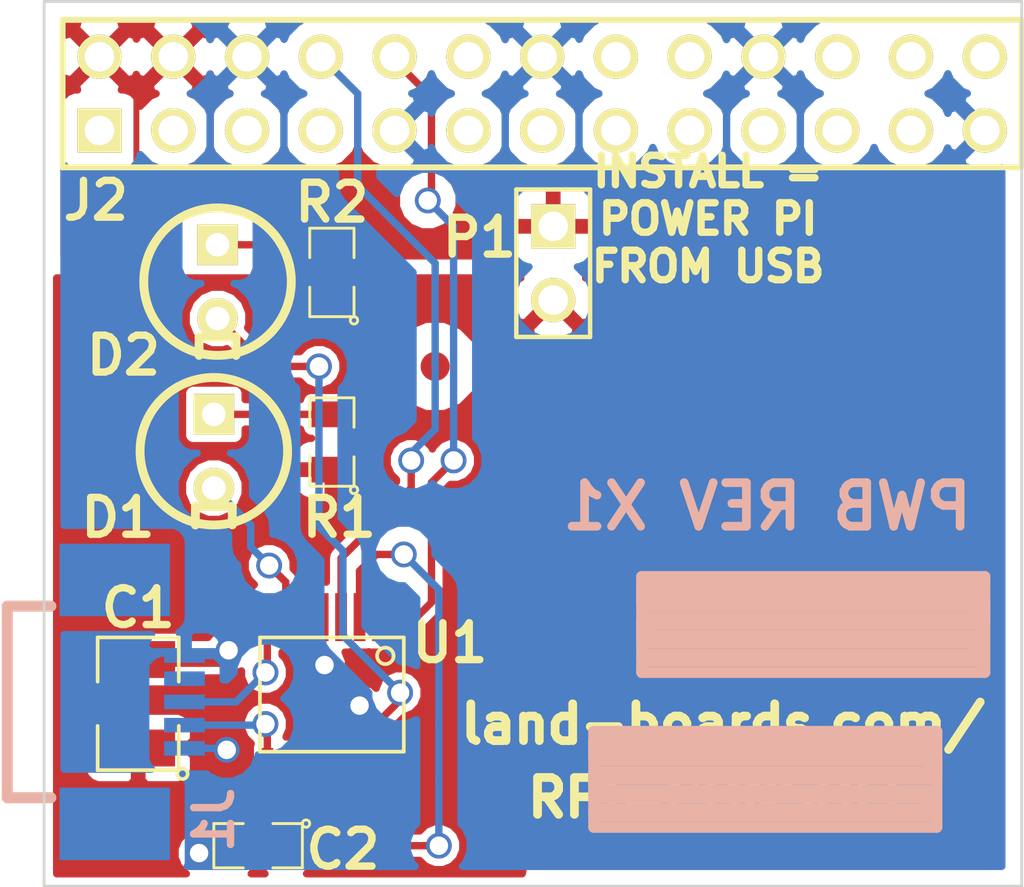
<source format=kicad_pcb>
(kicad_pcb (version 3) (host pcbnew "(2013-04-19 BZR 4011)-stable")

  (general
    (links 26)
    (no_connects 0)
    (area -4.06654 -1.6256 34.476266 30.986231)
    (thickness 1.6)
    (drawings 8)
    (tracks 100)
    (zones 0)
    (modules 14)
    (nets 13)
  )

  (page A)
  (title_block 
    (title RasPi-GVS-Plus-CFG)
    (rev X1)
    (company land-boards.com)
  )

  (layers
    (15 F.Cu signal)
    (0 B.Cu signal)
    (20 B.SilkS user hide)
    (21 F.SilkS user)
    (22 B.Mask user)
    (23 F.Mask user)
    (24 Dwgs.User user)
    (25 Cmts.User user)
    (28 Edge.Cuts user)
  )

  (setup
    (last_trace_width 0.254)
    (user_trace_width 0.2032)
    (user_trace_width 0.635)
    (trace_clearance 0.2032)
    (zone_clearance 0.254)
    (zone_45_only no)
    (trace_min 0.2032)
    (segment_width 0.2)
    (edge_width 0.1)
    (via_size 0.889)
    (via_drill 0.635)
    (via_min_size 0.889)
    (via_min_drill 0.508)
    (uvia_size 0.508)
    (uvia_drill 0.127)
    (uvias_allowed no)
    (uvia_min_size 0.508)
    (uvia_min_drill 0.127)
    (pcb_text_width 0.3)
    (pcb_text_size 1.5 1.5)
    (mod_edge_width 0.15)
    (mod_text_size 1.27 1.27)
    (mod_text_width 0.254)
    (pad_size 4.2418 4.2418)
    (pad_drill 2.49936)
    (pad_to_mask_clearance 0)
    (aux_axis_origin 0 0)
    (visible_elements 7FFFFFBF)
    (pcbplotparams
      (layerselection 284196865)
      (usegerberextensions true)
      (excludeedgelayer true)
      (linewidth 0)
      (plotframeref false)
      (viasonmask false)
      (mode 1)
      (useauxorigin false)
      (hpglpennumber 1)
      (hpglpenspeed 20)
      (hpglpendiameter 15)
      (hpglpenoverlay 2)
      (psnegative false)
      (psa4output false)
      (plotreference true)
      (plotvalue true)
      (plotothertext true)
      (plotinvisibletext false)
      (padsonsilk false)
      (subtractmaskfromsilk false)
      (outputformat 1)
      (mirror false)
      (drillshape 0)
      (scaleselection 1)
      (outputdirectory plots/))
  )

  (net 0 "")
  (net 1 /+3.3V-USB)
  (net 2 /+5V)
  (net 3 /+5V-USB)
  (net 4 /DM)
  (net 5 /DP)
  (net 6 /GND)
  (net 7 /PI2USB)
  (net 8 /PUP0)
  (net 9 /PUP1)
  (net 10 /RXLED*)
  (net 11 /TXLED*)
  (net 12 /USB2PI)

  (net_class Default "This is the default net class."
    (clearance 0.2032)
    (trace_width 0.254)
    (via_dia 0.889)
    (via_drill 0.635)
    (uvia_dia 0.508)
    (uvia_drill 0.127)
    (add_net "")
    (add_net /+3.3V-USB)
    (add_net /+5V)
    (add_net /+5V-USB)
    (add_net /DM)
    (add_net /DP)
    (add_net /GND)
    (add_net /PI2USB)
    (add_net /PUP0)
    (add_net /PUP1)
    (add_net /RXLED*)
    (add_net /TXLED*)
    (add_net /USB2PI)
  )

  (net_class POWER025 ""
    (clearance 0.381)
    (trace_width 0.635)
    (via_dia 0.889)
    (via_drill 0.635)
    (uvia_dia 0.508)
    (uvia_drill 0.127)
  )

  (module SM0805 (layer F.Cu) (tedit 548EFD9F) (tstamp 53F1E148)
    (at 7.366 29.083 180)
    (path /5484896F)
    (attr smd)
    (fp_text reference C2 (at -2.921 -0.127 180) (layer F.SilkS)
      (effects (font (size 1.27 1.27) (thickness 0.254)))
    )
    (fp_text value 0.1uF (at 0 0.381 180) (layer F.SilkS) hide
      (effects (font (size 0.50038 0.50038) (thickness 0.10922)))
    )
    (fp_circle (center -1.651 0.762) (end -1.651 0.635) (layer F.SilkS) (width 0.09906))
    (fp_line (start -0.508 0.762) (end -1.524 0.762) (layer F.SilkS) (width 0.09906))
    (fp_line (start -1.524 0.762) (end -1.524 -0.762) (layer F.SilkS) (width 0.09906))
    (fp_line (start -1.524 -0.762) (end -0.508 -0.762) (layer F.SilkS) (width 0.09906))
    (fp_line (start 0.508 -0.762) (end 1.524 -0.762) (layer F.SilkS) (width 0.09906))
    (fp_line (start 1.524 -0.762) (end 1.524 0.762) (layer F.SilkS) (width 0.09906))
    (fp_line (start 1.524 0.762) (end 0.508 0.762) (layer F.SilkS) (width 0.09906))
    (pad 1 smd rect (at -0.9525 0 180) (size 0.889 1.397)
      (layers F.Cu F.Mask)
      (net 1 /+3.3V-USB)
    )
    (pad 2 smd rect (at 0.9525 0 180) (size 0.889 1.397)
      (layers F.Cu F.Mask)
      (net 6 /GND)
    )
    (model smd/chip_cms.wrl
      (at (xyz 0 0 0))
      (scale (xyz 0.1 0.1 0.1))
      (rotate (xyz 0 0 0))
    )
  )

  (module FIDUCIAL (layer F.Cu) (tedit 518BF783) (tstamp 53F20D67)
    (at 13.462 12.573)
    (path /53F2073B)
    (fp_text reference FID1 (at 0 2.3495) (layer F.SilkS) hide
      (effects (font (size 1.27 1.27) (thickness 0.254)))
    )
    (fp_text value CONN_1 (at 0.127 -2.794) (layer F.SilkS) hide
      (effects (font (size 1.016 1.016) (thickness 0.2032)))
    )
    (pad 1 smd circle (at 0 0) (size 1 1)
      (layers F.Cu F.Mask)
      (solder_mask_margin 1)
      (clearance 1)
    )
  )

  (module FIDUCIAL (layer F.Cu) (tedit 548490DD) (tstamp 53F20D6C)
    (at 30.48 8.382)
    (path /53F2074A)
    (fp_text reference FID2 (at 0 2.3495) (layer F.SilkS) hide
      (effects (font (size 1.27 1.27) (thickness 0.254)))
    )
    (fp_text value CONN_1 (at 0.127 -2.794) (layer F.SilkS) hide
      (effects (font (size 1.016 1.016) (thickness 0.2032)))
    )
    (pad 1 smd circle (at 0 0) (size 1 1)
      (layers F.Cu F.Mask)
      (solder_mask_margin 1)
      (clearance 1)
    )
  )

  (module SM0805 (layer F.Cu) (tedit 548893A6) (tstamp 54219EF8)
    (at 9.906 9.3345 90)
    (path /54848958)
    (attr smd)
    (fp_text reference R2 (at 2.413 0 180) (layer F.SilkS)
      (effects (font (size 1.27 1.27) (thickness 0.254)))
    )
    (fp_text value 270 (at 0 0.889 90) (layer F.SilkS) hide
      (effects (font (size 0.50038 0.50038) (thickness 0.10922)))
    )
    (fp_circle (center -1.651 0.762) (end -1.651 0.635) (layer F.SilkS) (width 0.09906))
    (fp_line (start -0.508 0.762) (end -1.524 0.762) (layer F.SilkS) (width 0.09906))
    (fp_line (start -1.524 0.762) (end -1.524 -0.762) (layer F.SilkS) (width 0.09906))
    (fp_line (start -1.524 -0.762) (end -0.508 -0.762) (layer F.SilkS) (width 0.09906))
    (fp_line (start 0.508 -0.762) (end 1.524 -0.762) (layer F.SilkS) (width 0.09906))
    (fp_line (start 1.524 -0.762) (end 1.524 0.762) (layer F.SilkS) (width 0.09906))
    (fp_line (start 1.524 0.762) (end 0.508 0.762) (layer F.SilkS) (width 0.09906))
    (pad 1 smd rect (at -0.9525 0 90) (size 0.889 1.397)
      (layers F.Cu F.Mask)
      (net 3 /+5V-USB)
    )
    (pad 2 smd rect (at 0.9525 0 90) (size 0.889 1.397)
      (layers F.Cu F.Mask)
      (net 9 /PUP1)
    )
    (model smd/chip_cms.wrl
      (at (xyz 0 0 0))
      (scale (xyz 0.1 0.1 0.1))
      (rotate (xyz 0 0 0))
    )
  )

  (module SM0805 (layer F.Cu) (tedit 548EF446) (tstamp 54219F05)
    (at 9.906 15.1765 90)
    (path /54848962)
    (attr smd)
    (fp_text reference R1 (at -2.6035 0.254 180) (layer F.SilkS)
      (effects (font (size 1.27 1.27) (thickness 0.254)))
    )
    (fp_text value 270 (at 0.254 1.397 90) (layer F.SilkS) hide
      (effects (font (size 0.50038 0.50038) (thickness 0.10922)))
    )
    (fp_circle (center -1.651 0.762) (end -1.651 0.635) (layer F.SilkS) (width 0.09906))
    (fp_line (start -0.508 0.762) (end -1.524 0.762) (layer F.SilkS) (width 0.09906))
    (fp_line (start -1.524 0.762) (end -1.524 -0.762) (layer F.SilkS) (width 0.09906))
    (fp_line (start -1.524 -0.762) (end -0.508 -0.762) (layer F.SilkS) (width 0.09906))
    (fp_line (start 0.508 -0.762) (end 1.524 -0.762) (layer F.SilkS) (width 0.09906))
    (fp_line (start 1.524 -0.762) (end 1.524 0.762) (layer F.SilkS) (width 0.09906))
    (fp_line (start 1.524 0.762) (end 0.508 0.762) (layer F.SilkS) (width 0.09906))
    (pad 1 smd rect (at -0.9525 0 90) (size 0.889 1.397)
      (layers F.Cu F.Mask)
      (net 3 /+5V-USB)
    )
    (pad 2 smd rect (at 0.9525 0 90) (size 0.889 1.397)
      (layers F.Cu F.Mask)
      (net 8 /PUP0)
    )
    (model smd/chip_cms.wrl
      (at (xyz 0 0 0))
      (scale (xyz 0.1 0.1 0.1))
      (rotate (xyz 0 0 0))
    )
  )

  (module SM1210 (layer F.Cu) (tedit 5488939B) (tstamp 53F1E12E)
    (at 3.2385 24.1935 90)
    (tags "CMS SM")
    (path /54848979)
    (attr smd)
    (fp_text reference C1 (at 3.302 0 180) (layer F.SilkS)
      (effects (font (size 1.27 1.27) (thickness 0.254)))
    )
    (fp_text value 10uF (at -0.127 -2.286 90) (layer F.SilkS) hide
      (effects (font (size 0.762 0.762) (thickness 0.127)))
    )
    (fp_circle (center -2.413 1.524) (end -2.286 1.397) (layer F.SilkS) (width 0.127))
    (fp_line (start -0.762 -1.397) (end -2.286 -1.397) (layer F.SilkS) (width 0.127))
    (fp_line (start -2.286 -1.397) (end -2.286 1.397) (layer F.SilkS) (width 0.127))
    (fp_line (start -2.286 1.397) (end -0.762 1.397) (layer F.SilkS) (width 0.127))
    (fp_line (start 0.762 1.397) (end 2.286 1.397) (layer F.SilkS) (width 0.127))
    (fp_line (start 2.286 1.397) (end 2.286 -1.397) (layer F.SilkS) (width 0.127))
    (fp_line (start 2.286 -1.397) (end 0.762 -1.397) (layer F.SilkS) (width 0.127))
    (pad 1 smd rect (at -1.524 0 90) (size 1.27 2.54)
      (layers F.Cu F.Mask)
      (net 3 /+5V-USB)
    )
    (pad 2 smd rect (at 1.524 0 90) (size 1.27 2.54)
      (layers F.Cu F.Mask)
      (net 6 /GND)
    )
    (model smd/chip_cms.wrl
      (at (xyz 0 0 0))
      (scale (xyz 0.17 0.2 0.17))
      (rotate (xyz 0 0 0))
    )
  )

  (module ssop-16 (layer F.Cu) (tedit 5484974F) (tstamp 53CE8BDE)
    (at 9.906 23.876 180)
    (descr SSOP-16)
    (path /54848999)
    (clearance 0.1524)
    (attr smd)
    (fp_text reference U1 (at -4.064 1.778 180) (layer F.SilkS)
      (effects (font (size 1.27 1.27) (thickness 0.254)))
    )
    (fp_text value FT230XS (at 0 -0.89916 180) (layer F.SilkS) hide
      (effects (font (size 0.50038 0.50038) (thickness 0.09906)))
    )
    (fp_line (start -2.4765 1.9685) (end 2.4765 1.9685) (layer F.SilkS) (width 0.127))
    (fp_line (start 2.4765 1.9685) (end 2.4765 -1.9685) (layer F.SilkS) (width 0.127))
    (fp_line (start 2.4765 -1.9685) (end -2.4765 -1.9685) (layer F.SilkS) (width 0.127))
    (fp_line (start -2.4765 -1.9685) (end -2.4765 1.9685) (layer F.SilkS) (width 0.127))
    (fp_circle (center -1.8415 1.3335) (end -1.9685 1.5875) (layer F.SilkS) (width 0.127))
    (pad 4 smd rect (at -0.3175 2.667 180) (size 0.4064 1.651)
      (layers F.Cu F.Mask)
      (net 7 /PI2USB)
    )
    (pad 5 smd rect (at 0.3175 2.667 180) (size 0.4064 1.651)
      (layers F.Cu F.Mask)
      (net 6 /GND)
    )
    (pad 6 smd rect (at 0.9525 2.667 180) (size 0.4064 1.651)
      (layers F.Cu F.Mask)
    )
    (pad 7 smd rect (at 1.5875 2.667 180) (size 0.4064 1.651)
      (layers F.Cu F.Mask)
      (net 11 /TXLED*)
    )
    (pad 16 smd rect (at -2.2225 -2.667 180) (size 0.4064 1.651)
      (layers F.Cu F.Mask)
    )
    (pad 1 smd rect (at -2.2225 2.667 180) (size 0.4064 1.651)
      (layers F.Cu F.Mask)
      (net 12 /USB2PI)
    )
    (pad 2 smd rect (at -1.5875 2.667 180) (size 0.4064 1.651)
      (layers F.Cu F.Mask)
    )
    (pad 3 smd rect (at -0.9525 2.667 180) (size 0.4064 1.651)
      (layers F.Cu F.Mask)
      (net 1 /+3.3V-USB)
    )
    (pad 9 smd rect (at 2.2225 -2.667 180) (size 0.4064 1.651)
      (layers F.Cu F.Mask)
      (net 4 /DM)
    )
    (pad 10 smd rect (at 1.5875 -2.667 180) (size 0.4064 1.651)
      (layers F.Cu F.Mask)
      (net 1 /+3.3V-USB)
    )
    (pad 11 smd rect (at 0.9525 -2.667 180) (size 0.4064 1.651)
      (layers F.Cu F.Mask)
    )
    (pad 12 smd rect (at 0.3175 -2.667 180) (size 0.4064 1.651)
      (layers F.Cu F.Mask)
      (net 3 /+5V-USB)
    )
    (pad 13 smd rect (at -0.3175 -2.667 180) (size 0.4064 1.651)
      (layers F.Cu F.Mask)
      (net 6 /GND)
    )
    (pad 14 smd rect (at -0.9525 -2.667 180) (size 0.4064 1.651)
      (layers F.Cu F.Mask)
      (net 10 /RXLED*)
    )
    (pad 8 smd rect (at 2.2225 2.667 180) (size 0.4064 1.651)
      (layers F.Cu F.Mask)
      (net 5 /DP)
    )
    (pad 15 smd rect (at -1.5875 -2.667 180) (size 0.4064 1.651)
      (layers F.Cu F.Mask)
    )
    (model smd/smd_dil/ssop-16.wrl
      (at (xyz 0 0 0))
      (scale (xyz 1 1 1))
      (rotate (xyz 0 0 0))
    )
  )

  (module LEDV (layer F.Cu) (tedit 5489D3FD) (tstamp 548488C3)
    (at 5.842 15.494 270)
    (descr "Led verticale diam 6mm")
    (tags "LED DEV")
    (path /548489AA)
    (fp_text reference D1 (at 2.286 3.302 360) (layer F.SilkS)
      (effects (font (size 1.27 1.27) (thickness 0.254)))
    )
    (fp_text value LED (at 0 -3.81 270) (layer F.SilkS) hide
      (effects (font (size 1.524 1.524) (thickness 0.3048)))
    )
    (fp_circle (center 0 0) (end -2.54 0) (layer F.SilkS) (width 0.3048))
    (fp_line (start 2.54 -0.635) (end 1.905 -0.635) (layer F.SilkS) (width 0.3048))
    (fp_line (start 1.905 -0.635) (end 1.905 0.635) (layer F.SilkS) (width 0.3048))
    (fp_line (start 1.905 0.635) (end 2.54 0.635) (layer F.SilkS) (width 0.3048))
    (pad 1 thru_hole rect (at -1.27 0 270) (size 1.397 1.397) (drill 0.8128)
      (layers *.Cu *.Mask F.SilkS)
      (net 8 /PUP0)
    )
    (pad 2 thru_hole circle (at 1.27 0 270) (size 1.397 1.397) (drill 0.8128)
      (layers *.Cu *.Mask F.SilkS)
      (net 11 /TXLED*)
    )
    (model discret/led5_vertical.wrl
      (at (xyz 0 0 0))
      (scale (xyz 1 1 1))
      (rotate (xyz 0 0 0))
    )
  )

  (module LEDV (layer F.Cu) (tedit 5489D403) (tstamp 548488CD)
    (at 5.969 9.652 270)
    (descr "Led verticale diam 6mm")
    (tags "LED DEV")
    (path /548489B0)
    (fp_text reference D2 (at 2.54 3.2385 360) (layer F.SilkS)
      (effects (font (size 1.27 1.27) (thickness 0.254)))
    )
    (fp_text value LED (at 0 -3.81 270) (layer F.SilkS) hide
      (effects (font (size 1.524 1.524) (thickness 0.3048)))
    )
    (fp_circle (center 0 0) (end -2.54 0) (layer F.SilkS) (width 0.3048))
    (fp_line (start 2.54 -0.635) (end 1.905 -0.635) (layer F.SilkS) (width 0.3048))
    (fp_line (start 1.905 -0.635) (end 1.905 0.635) (layer F.SilkS) (width 0.3048))
    (fp_line (start 1.905 0.635) (end 2.54 0.635) (layer F.SilkS) (width 0.3048))
    (pad 1 thru_hole rect (at -1.27 0 270) (size 1.397 1.397) (drill 0.8128)
      (layers *.Cu *.Mask F.SilkS)
      (net 9 /PUP1)
    )
    (pad 2 thru_hole circle (at 1.27 0 270) (size 1.397 1.397) (drill 0.8128)
      (layers *.Cu *.Mask F.SilkS)
      (net 10 /RXLED*)
    )
    (model discret/led5_vertical.wrl
      (at (xyz 0 0 0))
      (scale (xyz 1 1 1))
      (rotate (xyz 0 0 0))
    )
  )

  (module pin_array_13x2 (layer F.Cu) (tedit 5484973D) (tstamp 54848BB4)
    (at 17.145 3.175)
    (descr "2 x 13 pins connector")
    (tags CONN)
    (path /54848B62)
    (fp_text reference J2 (at -15.367 3.683) (layer F.SilkS)
      (effects (font (size 1.27 1.27) (thickness 0.254)))
    )
    (fp_text value RASPIO (at 7.62 -3.81) (layer F.SilkS) hide
      (effects (font (size 1.016 1.016) (thickness 0.2032)))
    )
    (fp_line (start -16.51 2.54) (end 16.51 2.54) (layer F.SilkS) (width 0.2032))
    (fp_line (start 16.51 -2.54) (end -16.51 -2.54) (layer F.SilkS) (width 0.2032))
    (fp_line (start -16.51 -2.54) (end -16.51 2.54) (layer F.SilkS) (width 0.2032))
    (fp_line (start 16.51 2.54) (end 16.51 -2.54) (layer F.SilkS) (width 0.2032))
    (pad 1 thru_hole rect (at -15.24 1.27) (size 1.524 1.524) (drill 1.016)
      (layers *.Cu *.Mask F.SilkS)
    )
    (pad 2 thru_hole circle (at -15.24 -1.27) (size 1.524 1.524) (drill 1.016)
      (layers *.Cu *.Mask F.SilkS)
      (net 2 /+5V)
    )
    (pad 3 thru_hole circle (at -12.7 1.27) (size 1.524 1.524) (drill 1.016)
      (layers *.Cu *.Mask F.SilkS)
    )
    (pad 4 thru_hole circle (at -12.7 -1.27) (size 1.524 1.524) (drill 1.016)
      (layers *.Cu *.Mask F.SilkS)
      (net 2 /+5V)
    )
    (pad 5 thru_hole circle (at -10.16 1.27) (size 1.524 1.524) (drill 1.016)
      (layers *.Cu *.Mask F.SilkS)
    )
    (pad 6 thru_hole circle (at -10.16 -1.27) (size 1.524 1.524) (drill 1.016)
      (layers *.Cu *.Mask F.SilkS)
      (net 6 /GND)
    )
    (pad 7 thru_hole circle (at -7.62 1.27) (size 1.524 1.524) (drill 1.016)
      (layers *.Cu *.Mask F.SilkS)
    )
    (pad 8 thru_hole circle (at -7.62 -1.27) (size 1.524 1.524) (drill 1.016)
      (layers *.Cu *.Mask F.SilkS)
      (net 7 /PI2USB)
    )
    (pad 9 thru_hole circle (at -5.08 1.27) (size 1.524 1.524) (drill 1.016)
      (layers *.Cu *.Mask F.SilkS)
      (net 6 /GND)
    )
    (pad 10 thru_hole circle (at -5.08 -1.27) (size 1.524 1.524) (drill 1.016)
      (layers *.Cu *.Mask F.SilkS)
      (net 12 /USB2PI)
    )
    (pad 11 thru_hole circle (at -2.54 1.27) (size 1.524 1.524) (drill 1.016)
      (layers *.Cu *.Mask F.SilkS)
    )
    (pad 12 thru_hole circle (at -2.54 -1.27) (size 1.524 1.524) (drill 1.016)
      (layers *.Cu *.Mask F.SilkS)
    )
    (pad 13 thru_hole circle (at 0 1.27) (size 1.524 1.524) (drill 1.016)
      (layers *.Cu *.Mask F.SilkS)
    )
    (pad 14 thru_hole circle (at 0 -1.27) (size 1.524 1.524) (drill 1.016)
      (layers *.Cu *.Mask F.SilkS)
      (net 6 /GND)
    )
    (pad 15 thru_hole circle (at 2.54 1.27) (size 1.524 1.524) (drill 1.016)
      (layers *.Cu *.Mask F.SilkS)
    )
    (pad 16 thru_hole circle (at 2.54 -1.27) (size 1.524 1.524) (drill 1.016)
      (layers *.Cu *.Mask F.SilkS)
    )
    (pad 17 thru_hole circle (at 5.08 1.27) (size 1.524 1.524) (drill 1.016)
      (layers *.Cu *.Mask F.SilkS)
    )
    (pad 18 thru_hole circle (at 5.08 -1.27) (size 1.524 1.524) (drill 1.016)
      (layers *.Cu *.Mask F.SilkS)
    )
    (pad 19 thru_hole circle (at 7.62 1.27) (size 1.524 1.524) (drill 1.016)
      (layers *.Cu *.Mask F.SilkS)
    )
    (pad 20 thru_hole circle (at 7.62 -1.27) (size 1.524 1.524) (drill 1.016)
      (layers *.Cu *.Mask F.SilkS)
      (net 6 /GND)
    )
    (pad 21 thru_hole circle (at 10.16 1.27) (size 1.524 1.524) (drill 1.016)
      (layers *.Cu *.Mask F.SilkS)
    )
    (pad 22 thru_hole circle (at 10.16 -1.27) (size 1.524 1.524) (drill 1.016)
      (layers *.Cu *.Mask F.SilkS)
    )
    (pad 23 thru_hole circle (at 12.7 1.27) (size 1.524 1.524) (drill 1.016)
      (layers *.Cu *.Mask F.SilkS)
    )
    (pad 24 thru_hole circle (at 12.7 -1.27) (size 1.524 1.524) (drill 1.016)
      (layers *.Cu *.Mask F.SilkS)
    )
    (pad 25 thru_hole circle (at 15.24 1.27) (size 1.524 1.524) (drill 1.016)
      (layers *.Cu *.Mask F.SilkS)
      (net 6 /GND)
    )
    (pad 26 thru_hole circle (at 15.24 -1.27) (size 1.524 1.524) (drill 1.016)
      (layers *.Cu *.Mask F.SilkS)
    )
    (model pin_array/pins_array_13x2.wrl
      (at (xyz 0 0 0))
      (scale (xyz 1 1 1))
      (rotate (xyz 0 0 0))
    )
  )

  (module USB-B-MINI (layer B.Cu) (tedit 54888D2D) (tstamp 54849366)
    (at -1.27 24.13 90)
    (descr "USB, MINI, B")
    (tags USB-B-MINI)
    (path /54848983)
    (fp_text reference J1 (at -4.064 7.112 90) (layer B.SilkS)
      (effects (font (size 1.27 1.27) (thickness 0.254)) (justify mirror))
    )
    (fp_text value USB-B (at 0.39878 -1.50114 90) (layer B.SilkS) hide
      (effects (font (size 1.524 1.524) (thickness 0.3048)) (justify mirror))
    )
    (fp_line (start -3.29946 0) (end -3.29946 1.50114) (layer B.SilkS) (width 0.381))
    (fp_line (start 3.29946 0) (end 3.29946 1.50114) (layer B.SilkS) (width 0.381))
    (fp_line (start -3.29946 0) (end 3.29946 0) (layer B.SilkS) (width 0.381))
    (pad G2 smd rect (at 4.20116 3.70078 90) (size 2.49936 3.79984)
      (layers B.Cu B.Mask)
    )
    (pad G1 smd rect (at -4.20116 3.70078 90) (size 2.49936 3.79984)
      (layers B.Cu B.Mask)
    )
    (pad 4 smd rect (at 1.6002 6.10108 90) (size 0.50038 1.39954)
      (layers B.Cu B.Mask)
      (net 6 /GND)
    )
    (pad NC smd rect (at 0.8001 6.10108 90) (size 0.50038 1.39954)
      (layers B.Cu B.Mask)
    )
    (pad 1 smd rect (at -1.6002 6.10108 90) (size 0.50038 1.39954)
      (layers B.Cu B.Mask)
      (net 3 /+5V-USB)
    )
    (pad 2 smd rect (at -0.8001 6.10108 90) (size 0.50038 1.39954)
      (layers B.Cu B.Mask)
      (net 4 /DM)
    )
    (pad 3 smd rect (at 0 6.10108 90) (size 0.50038 1.39954)
      (layers B.Cu B.Mask)
      (net 5 /DP)
    )
  )

  (module REV_BLOCK (layer B.Cu) (tedit 50F8397A) (tstamp 5484B3EF)
    (at 24.384 26.67)
    (path /53B1CE77)
    (fp_text reference COUP?2 (at 0.508 -3.429) (layer B.SilkS) hide
      (effects (font (size 1.27 1.27) (thickness 0.254)) (justify mirror))
    )
    (fp_text value COUPON (at 1.143 -5.715) (layer B.SilkS) hide
      (effects (font (size 1.524 1.524) (thickness 0.3048)) (justify mirror))
    )
    (fp_line (start -5.334 1.27) (end 6.096 1.27) (layer B.SilkS) (width 0.635))
    (fp_line (start 6.096 1.27) (end 6.096 0.635) (layer B.SilkS) (width 0.635))
    (fp_line (start 6.096 0.635) (end -5.334 0.635) (layer B.SilkS) (width 0.635))
    (fp_line (start -5.334 0.635) (end -5.334 0) (layer B.SilkS) (width 0.635))
    (fp_line (start -5.334 0) (end 6.223 0) (layer B.SilkS) (width 0.635))
    (fp_line (start 6.223 0) (end 6.223 -0.635) (layer B.SilkS) (width 0.635))
    (fp_line (start 6.223 -0.635) (end -5.334 -0.635) (layer B.SilkS) (width 0.635))
    (fp_line (start -5.334 -0.635) (end -5.334 -1.143) (layer B.SilkS) (width 0.635))
    (fp_line (start -5.334 -1.143) (end 6.096 -1.143) (layer B.SilkS) (width 0.635))
    (fp_line (start 6.35 1.778) (end -5.461 1.778) (layer B.SilkS) (width 0.381))
    (fp_line (start -5.461 1.778) (end -5.461 -1.524) (layer B.SilkS) (width 0.381))
    (fp_line (start -5.461 -1.524) (end 6.35 -1.524) (layer B.SilkS) (width 0.381))
    (fp_line (start 6.35 -1.524) (end 6.35 1.778) (layer B.SilkS) (width 0.381))
  )

  (module REV_BLOCK (layer B.Cu) (tedit 50F8397A) (tstamp 5484B400)
    (at 26.035 21.336)
    (path /53B1CE86)
    (fp_text reference COUP?1 (at 0.508 -3.429) (layer B.SilkS) hide
      (effects (font (size 1.27 1.27) (thickness 0.254)) (justify mirror))
    )
    (fp_text value COUPON (at 1.143 -5.715) (layer B.SilkS) hide
      (effects (font (size 1.524 1.524) (thickness 0.3048)) (justify mirror))
    )
    (fp_line (start -5.334 1.27) (end 6.096 1.27) (layer B.SilkS) (width 0.635))
    (fp_line (start 6.096 1.27) (end 6.096 0.635) (layer B.SilkS) (width 0.635))
    (fp_line (start 6.096 0.635) (end -5.334 0.635) (layer B.SilkS) (width 0.635))
    (fp_line (start -5.334 0.635) (end -5.334 0) (layer B.SilkS) (width 0.635))
    (fp_line (start -5.334 0) (end 6.223 0) (layer B.SilkS) (width 0.635))
    (fp_line (start 6.223 0) (end 6.223 -0.635) (layer B.SilkS) (width 0.635))
    (fp_line (start 6.223 -0.635) (end -5.334 -0.635) (layer B.SilkS) (width 0.635))
    (fp_line (start -5.334 -0.635) (end -5.334 -1.143) (layer B.SilkS) (width 0.635))
    (fp_line (start -5.334 -1.143) (end 6.096 -1.143) (layer B.SilkS) (width 0.635))
    (fp_line (start 6.35 1.778) (end -5.461 1.778) (layer B.SilkS) (width 0.381))
    (fp_line (start -5.461 1.778) (end -5.461 -1.524) (layer B.SilkS) (width 0.381))
    (fp_line (start -5.461 -1.524) (end 6.35 -1.524) (layer B.SilkS) (width 0.381))
    (fp_line (start 6.35 -1.524) (end 6.35 1.778) (layer B.SilkS) (width 0.381))
  )

  (module PIN_ARRAY_2X1 (layer F.Cu) (tedit 548EF45D) (tstamp 5489D45C)
    (at 17.526 9.017 270)
    (descr "Connecteurs 2 pins")
    (tags "CONN DEV")
    (path /5484B32D)
    (fp_text reference P1 (at -0.889 2.54 360) (layer F.SilkS)
      (effects (font (size 1.27 1.27) (thickness 0.254)))
    )
    (fp_text value CONN_2 (at 0 -1.905 270) (layer F.SilkS) hide
      (effects (font (size 0.762 0.762) (thickness 0.1524)))
    )
    (fp_line (start -2.54 1.27) (end -2.54 -1.27) (layer F.SilkS) (width 0.1524))
    (fp_line (start -2.54 -1.27) (end 2.54 -1.27) (layer F.SilkS) (width 0.1524))
    (fp_line (start 2.54 -1.27) (end 2.54 1.27) (layer F.SilkS) (width 0.1524))
    (fp_line (start 2.54 1.27) (end -2.54 1.27) (layer F.SilkS) (width 0.1524))
    (pad 1 thru_hole rect (at -1.27 0 270) (size 1.524 1.524) (drill 1.016)
      (layers *.Cu *.Mask F.SilkS)
      (net 2 /+5V)
    )
    (pad 2 thru_hole circle (at 1.27 0 270) (size 1.524 1.524) (drill 1.016)
      (layers *.Cu *.Mask F.SilkS)
      (net 3 /+5V-USB)
    )
    (model pin_array/pins_array_2x1.wrl
      (at (xyz 0 0 0))
      (scale (xyz 1 1 1))
      (rotate (xyz 0 0 0))
    )
  )

  (gr_text "INSTALL =\nPOWER PI\nFROM USB" (at 22.86 7.493) (layer F.SilkS)
    (effects (font (size 1.016 1.016) (thickness 0.254)))
  )
  (gr_text "PWB REV X1" (at 24.892 17.399) (layer B.SilkS)
    (effects (font (size 1.5 1.5) (thickness 0.3)) (justify mirror))
  )
  (gr_text land-boards.com/ (at 23.368 24.892) (layer F.SilkS)
    (effects (font (size 1.27 1.27) (thickness 0.3)))
  )
  (gr_text RPI-CONSOLE (at 23.368 27.432) (layer F.SilkS)
    (effects (font (size 1.27 1.27) (thickness 0.3)))
  )
  (gr_line (start 0 0) (end 33.655 0) (angle 90) (layer Edge.Cuts) (width 0.1))
  (gr_line (start 0 30.48) (end 0 0) (angle 90) (layer Edge.Cuts) (width 0.1))
  (gr_line (start 33.655 30.48) (end 0 30.48) (angle 90) (layer Edge.Cuts) (width 0.1))
  (gr_line (start 33.655 0) (end 33.655 30.48) (angle 90) (layer Edge.Cuts) (width 0.1))

  (segment (start 10.668 29.083) (end 13.589 29.083) (width 0.254) (layer F.Cu) (net 1))
  (segment (start 13.589 29.083) (end 13.589 26.797) (width 0.254) (layer B.Cu) (net 1) (tstamp 548EFDFF))
  (via (at 13.589 29.083) (size 0.889) (layers F.Cu B.Cu) (net 1))
  (segment (start 8.3185 29.083) (end 10.668 29.083) (width 0.254) (layer F.Cu) (net 1))
  (segment (start 13.589 26.797) (end 13.589 24.892) (width 0.254) (layer B.Cu) (net 1) (tstamp 548EFE02))
  (segment (start 13.589 20.2565) (end 12.3825 19.05) (width 0.254) (layer B.Cu) (net 1) (tstamp 5489D5D8))
  (segment (start 13.589 24.892) (end 13.589 20.2565) (width 0.254) (layer B.Cu) (net 1) (tstamp 5489E09A))
  (segment (start 10.8585 21.209) (end 10.8585 19.6215) (width 0.254) (layer F.Cu) (net 1))
  (segment (start 10.8585 19.6215) (end 11.43 19.05) (width 0.254) (layer F.Cu) (net 1) (tstamp 5489D561))
  (segment (start 11.43 19.05) (end 12.3825 19.05) (width 0.254) (layer F.Cu) (net 1) (tstamp 5489D563))
  (via (at 12.3825 19.05) (size 0.889) (layers F.Cu B.Cu) (net 1))
  (segment (start 8.3185 26.543) (end 8.3185 29.083) (width 0.2032) (layer F.Cu) (net 1) (status 30))
  (segment (start 10.8585 19.6215) (end 11.43 19.05) (width 0.254) (layer F.Cu) (net 1) (tstamp 54888F8B))
  (segment (start 1.905 1.905) (end 1.905 2.032) (width 0.2032) (layer F.Cu) (net 2) (status 30))
  (segment (start 3.175 3.302) (end 3.175 5.842) (width 0.2032) (layer F.Cu) (net 2) (tstamp 54889139))
  (segment (start 1.905 2.032) (end 3.175 3.302) (width 0.2032) (layer F.Cu) (net 2) (tstamp 54889138) (status 10))
  (segment (start 4.445 1.905) (end 5.715 3.175) (width 0.254) (layer F.Cu) (net 2) (status 10))
  (segment (start 5.715 3.175) (end 5.715 5.588) (width 0.254) (layer F.Cu) (net 2) (tstamp 54889123))
  (segment (start 4.83108 25.7302) (end 6.2357 25.7302) (width 0.254) (layer B.Cu) (net 3))
  (via (at 6.2865 25.781) (size 0.889) (layers F.Cu B.Cu) (net 3))
  (segment (start 6.2357 25.7302) (end 6.2865 25.781) (width 0.254) (layer B.Cu) (net 3) (tstamp 5489D74A))
  (segment (start 4.83108 24.9301) (end 7.5819 24.9301) (width 0.254) (layer B.Cu) (net 4) (status 10))
  (segment (start 7.6835 24.9555) (end 7.6835 26.543) (width 0.254) (layer F.Cu) (net 4) (tstamp 54888EB0) (status 20))
  (segment (start 7.62 24.892) (end 7.6835 24.9555) (width 0.254) (layer F.Cu) (net 4) (tstamp 54888EAF))
  (via (at 7.62 24.892) (size 0.889) (layers F.Cu B.Cu) (net 4))
  (segment (start 7.5819 24.9301) (end 7.62 24.892) (width 0.254) (layer B.Cu) (net 4) (tstamp 54888EAC))
  (segment (start 4.83108 24.13) (end 6.604 24.13) (width 0.254) (layer B.Cu) (net 5) (status 10))
  (segment (start 7.6835 23.0505) (end 7.6835 21.209) (width 0.254) (layer F.Cu) (net 5) (tstamp 54888EAA) (status 20))
  (segment (start 7.62 23.114) (end 7.6835 23.0505) (width 0.254) (layer F.Cu) (net 5) (tstamp 54888EA9))
  (via (at 7.62 23.114) (size 0.889) (layers F.Cu B.Cu) (net 5))
  (segment (start 6.604 24.13) (end 7.62 23.114) (width 0.254) (layer B.Cu) (net 5) (tstamp 54888EA6))
  (segment (start 10.2235 26.543) (end 10.2235 24.892) (width 0.254) (layer F.Cu) (net 6))
  (segment (start 10.2235 24.892) (end 10.8585 24.257) (width 0.254) (layer F.Cu) (net 6) (tstamp 5489D866))
  (via (at 10.8585 24.257) (size 0.889) (layers F.Cu B.Cu) (net 6))
  (segment (start 6.4135 29.083) (end 5.588 29.083) (width 0.2032) (layer F.Cu) (net 6) (status 10))
  (via (at 5.334 29.337) (size 0.889) (layers F.Cu B.Cu) (net 6))
  (segment (start 5.588 29.083) (end 5.334 29.337) (width 0.2032) (layer F.Cu) (net 6) (tstamp 5488B598))
  (segment (start 8.255 5.207) (end 8.255 3.175) (width 0.254) (layer B.Cu) (net 6))
  (segment (start 8.255 3.175) (end 6.985 1.905) (width 0.254) (layer B.Cu) (net 6) (tstamp 5484946E) (status 20))
  (via (at 6.35 22.352) (size 0.889) (layers F.Cu B.Cu) (net 6))
  (segment (start 2.54 22.606) (end 6.096 22.606) (width 0.635) (layer F.Cu) (net 6) (status 10))
  (segment (start 6.096 22.606) (end 6.35 22.352) (width 0.635) (layer F.Cu) (net 6) (tstamp 5488920C))
  (segment (start 9.5885 21.209) (end 9.5885 22.7965) (width 0.254) (layer F.Cu) (net 6) (status 10))
  (via (at 9.652 22.86) (size 0.889) (layers F.Cu B.Cu) (net 6))
  (segment (start 9.5885 22.7965) (end 9.652 22.86) (width 0.254) (layer F.Cu) (net 6) (tstamp 54888EDD))
  (segment (start 6.1722 22.5298) (end 4.83108 22.5298) (width 0.254) (layer B.Cu) (net 6) (tstamp 54888E9E) (status 20))
  (segment (start 6.35 22.352) (end 6.1722 22.5298) (width 0.254) (layer B.Cu) (net 6) (tstamp 54888E9D))
  (segment (start 26.035 5.334) (end 26.035 3.175) (width 0.254) (layer B.Cu) (net 6))
  (segment (start 26.035 3.175) (end 24.765 1.905) (width 0.254) (layer B.Cu) (net 6) (tstamp 54849488) (status 20))
  (segment (start 18.415 5.334) (end 18.415 3.175) (width 0.254) (layer B.Cu) (net 6))
  (segment (start 18.415 3.175) (end 17.145 1.905) (width 0.254) (layer B.Cu) (net 6) (tstamp 5484947E) (status 20))
  (segment (start 5.715 5.08) (end 5.715 3.175) (width 0.254) (layer B.Cu) (net 6))
  (segment (start 5.715 3.175) (end 6.985 1.905) (width 0.254) (layer B.Cu) (net 6) (tstamp 54849476) (status 20))
  (segment (start 23.495 5.461) (end 23.495 3.175) (width 0.254) (layer B.Cu) (net 6))
  (segment (start 23.495 3.175) (end 24.765 1.905) (width 0.254) (layer B.Cu) (net 6) (tstamp 54849457) (status 20))
  (segment (start 15.875 5.207) (end 15.875 3.175) (width 0.254) (layer B.Cu) (net 6))
  (segment (start 15.875 3.175) (end 17.145 1.905) (width 0.254) (layer B.Cu) (net 6) (tstamp 54849449) (status 20))
  (segment (start 12.6365 15.8115) (end 12.6365 15.5575) (width 0.254) (layer B.Cu) (net 7))
  (segment (start 10.795 3.175) (end 9.525 1.905) (width 0.254) (layer B.Cu) (net 7) (tstamp 548EF54C))
  (segment (start 10.795 6.35) (end 10.795 3.175) (width 0.254) (layer B.Cu) (net 7) (tstamp 548EF54A))
  (segment (start 13.462 9.017) (end 10.795 6.35) (width 0.254) (layer B.Cu) (net 7) (tstamp 548EF547))
  (segment (start 13.462 14.732) (end 13.462 9.017) (width 0.254) (layer B.Cu) (net 7) (tstamp 548EF546))
  (segment (start 12.6365 15.5575) (end 13.462 14.732) (width 0.254) (layer B.Cu) (net 7) (tstamp 548EF544))
  (segment (start 10.2235 21.209) (end 10.2235 19.685) (width 0.254) (layer F.Cu) (net 7))
  (segment (start 10.2235 19.177) (end 12.6365 16.764) (width 0.254) (layer F.Cu) (net 7) (tstamp 5489D8D0))
  (segment (start 12.6365 16.764) (end 12.6365 15.8115) (width 0.254) (layer F.Cu) (net 7) (tstamp 5489D8D1))
  (via (at 12.6365 15.8115) (size 0.889) (layers F.Cu B.Cu) (net 7))
  (segment (start 10.2235 19.685) (end 10.2235 19.177) (width 0.254) (layer F.Cu) (net 7))
  (segment (start 9.906 14.224) (end 5.842 14.224) (width 0.254) (layer F.Cu) (net 8))
  (segment (start 9.906 8.382) (end 5.969 8.382) (width 0.254) (layer F.Cu) (net 9))
  (segment (start 9.4615 12.573) (end 9.4615 18.0975) (width 0.254) (layer B.Cu) (net 10))
  (segment (start 10.287 21.844) (end 12.2555 23.8125) (width 0.254) (layer B.Cu) (net 10) (tstamp 548EFCB1))
  (segment (start 10.287 18.923) (end 10.287 21.844) (width 0.254) (layer B.Cu) (net 10) (tstamp 548EFCAF))
  (segment (start 9.4615 18.0975) (end 10.287 18.923) (width 0.254) (layer B.Cu) (net 10) (tstamp 548EFCAD))
  (segment (start 10.8585 26.543) (end 10.8585 25.4635) (width 0.254) (layer F.Cu) (net 10))
  (segment (start 10.8585 25.4635) (end 12.2555 24.0665) (width 0.254) (layer F.Cu) (net 10) (tstamp 5489D851))
  (via (at 12.2555 23.8125) (size 0.889) (layers F.Cu B.Cu) (net 10))
  (segment (start 12.2555 24.0665) (end 12.2555 23.8125) (width 0.254) (layer F.Cu) (net 10) (tstamp 5489D855))
  (segment (start 9.4615 12.573) (end 7.62 12.573) (width 0.254) (layer F.Cu) (net 10))
  (via (at 9.4615 12.573) (size 0.889) (layers F.Cu B.Cu) (net 10))
  (segment (start 7.62 12.573) (end 5.969 10.922) (width 0.254) (layer F.Cu) (net 10) (tstamp 5489D6F7))
  (segment (start 8.3185 21.209) (end 8.3185 20.0025) (width 0.254) (layer F.Cu) (net 11) (status 10))
  (segment (start 7.112 18.034) (end 5.842 16.764) (width 0.254) (layer B.Cu) (net 11) (tstamp 5489C1F3) (status 20))
  (segment (start 7.112 18.796) (end 7.112 18.034) (width 0.254) (layer B.Cu) (net 11) (tstamp 5489C1F2))
  (segment (start 7.747 19.431) (end 7.112 18.796) (width 0.254) (layer B.Cu) (net 11) (tstamp 5489C1F1))
  (via (at 7.747 19.431) (size 0.889) (layers F.Cu B.Cu) (net 11))
  (segment (start 8.3185 20.0025) (end 7.747 19.431) (width 0.254) (layer F.Cu) (net 11) (tstamp 5489C1ED))
  (segment (start 12.065 1.905) (end 12.065 2.032) (width 0.254) (layer F.Cu) (net 12))
  (segment (start 13.335 6.731) (end 13.208 6.858) (width 0.254) (layer F.Cu) (net 12) (tstamp 548EF505))
  (segment (start 13.335 3.302) (end 13.335 6.731) (width 0.254) (layer F.Cu) (net 12) (tstamp 548EF501))
  (segment (start 12.065 2.032) (end 13.335 3.302) (width 0.254) (layer F.Cu) (net 12) (tstamp 548EF500))
  (via (at 13.208 6.858) (size 0.889) (layers F.Cu B.Cu) (net 12))
  (segment (start 12.1285 21.209) (end 12.827 21.209) (width 0.254) (layer F.Cu) (net 12))
  (via (at 14.097 15.8115) (size 0.889) (layers F.Cu B.Cu) (net 12))
  (segment (start 12.827 21.209) (end 13.335 20.701) (width 0.254) (layer F.Cu) (net 12) (tstamp 5489D8F1))
  (segment (start 13.335 20.701) (end 13.335 16.5735) (width 0.254) (layer F.Cu) (net 12) (tstamp 5489D8F2))
  (segment (start 13.335 16.5735) (end 14.097 15.8115) (width 0.254) (layer F.Cu) (net 12) (tstamp 5489D8F5))
  (segment (start 14.097 11.43) (end 14.097 15.8115) (width 0.254) (layer B.Cu) (net 12) (tstamp 548EF4D7))
  (segment (start 14.097 7.747) (end 14.097 11.43) (width 0.254) (layer B.Cu) (net 12) (tstamp 548EF4D5))
  (segment (start 13.208 6.858) (end 14.097 7.747) (width 0.254) (layer B.Cu) (net 12) (tstamp 548EF4D4))

  (zone (net 6) (net_name /GND) (layer B.Cu) (tstamp 548493DB) (hatch edge 0.508)
    (connect_pads (clearance 0.508))
    (min_thickness 0.254)
    (fill (arc_segments 16) (thermal_gap 0.508) (thermal_bridge_width 0.508))
    (polygon
      (pts
        (xy 0 0) (xy 33.655 0) (xy 33.655 30.48) (xy 0 30.48)
      )
    )
    (filled_polygon
      (pts
        (xy 8.940514 3.174949) (xy 8.734697 3.259991) (xy 8.341372 3.65263) (xy 8.25505 3.860514) (xy 8.170009 3.654697)
        (xy 7.77737 3.261372) (xy 7.585269 3.181605) (xy 7.716142 3.127396) (xy 7.785607 2.885212) (xy 6.985 2.084605)
        (xy 6.184393 2.885212) (xy 6.253858 3.127396) (xy 6.394321 3.177508) (xy 6.194697 3.259991) (xy 5.801372 3.65263)
        (xy 5.71505 3.860514) (xy 5.630009 3.654697) (xy 5.23737 3.261372) (xy 5.029485 3.17505) (xy 5.235303 3.090009)
        (xy 5.628628 2.69737) (xy 5.708394 2.505269) (xy 5.762604 2.636142) (xy 6.004788 2.705607) (xy 6.805395 1.905)
        (xy 6.004788 1.104393) (xy 5.762604 1.173858) (xy 5.712491 1.314321) (xy 5.630009 1.114697) (xy 5.23737 0.721372)
        (xy 5.149776 0.685) (xy 6.25317 0.685) (xy 6.184393 0.924788) (xy 6.985 1.725395) (xy 7.785607 0.924788)
        (xy 7.716829 0.685) (xy 8.819381 0.685) (xy 8.734697 0.719991) (xy 8.341372 1.11263) (xy 8.261605 1.30473)
        (xy 8.207396 1.173858) (xy 7.965212 1.104393) (xy 7.164605 1.905) (xy 7.965212 2.705607) (xy 8.207396 2.636142)
        (xy 8.257508 2.495678) (xy 8.339991 2.695303) (xy 8.73263 3.088628) (xy 8.940514 3.174949)
      )
    )
    (filled_polygon
      (pts
        (xy 19.100514 3.174949) (xy 18.894697 3.259991) (xy 18.501372 3.65263) (xy 18.41505 3.860514) (xy 18.330009 3.654697)
        (xy 17.93737 3.261372) (xy 17.745269 3.181605) (xy 17.876142 3.127396) (xy 17.945607 2.885212) (xy 17.145 2.084605)
        (xy 16.344393 2.885212) (xy 16.413858 3.127396) (xy 16.554321 3.177508) (xy 16.354697 3.259991) (xy 15.961372 3.65263)
        (xy 15.87505 3.860514) (xy 15.790009 3.654697) (xy 15.39737 3.261372) (xy 15.189485 3.17505) (xy 15.395303 3.090009)
        (xy 15.788628 2.69737) (xy 15.868394 2.505269) (xy 15.922604 2.636142) (xy 16.164788 2.705607) (xy 16.965395 1.905)
        (xy 16.164788 1.104393) (xy 15.922604 1.173858) (xy 15.872491 1.314321) (xy 15.790009 1.114697) (xy 15.39737 0.721372)
        (xy 15.309776 0.685) (xy 16.41317 0.685) (xy 16.344393 0.924788) (xy 17.145 1.725395) (xy 17.945607 0.924788)
        (xy 17.876829 0.685) (xy 18.979381 0.685) (xy 18.894697 0.719991) (xy 18.501372 1.11263) (xy 18.421605 1.30473)
        (xy 18.367396 1.173858) (xy 18.125212 1.104393) (xy 17.324605 1.905) (xy 18.125212 2.705607) (xy 18.367396 2.636142)
        (xy 18.417508 2.495678) (xy 18.499991 2.695303) (xy 18.89263 3.088628) (xy 19.100514 3.174949)
      )
    )
    (filled_polygon
      (pts
        (xy 26.720514 3.174949) (xy 26.514697 3.259991) (xy 26.121372 3.65263) (xy 26.03505 3.860514) (xy 25.950009 3.654697)
        (xy 25.55737 3.261372) (xy 25.365269 3.181605) (xy 25.496142 3.127396) (xy 25.565607 2.885212) (xy 24.765 2.084605)
        (xy 23.964393 2.885212) (xy 24.033858 3.127396) (xy 24.174321 3.177508) (xy 23.974697 3.259991) (xy 23.581372 3.65263)
        (xy 23.49505 3.860514) (xy 23.410009 3.654697) (xy 23.01737 3.261372) (xy 22.809485 3.17505) (xy 23.015303 3.090009)
        (xy 23.408628 2.69737) (xy 23.488394 2.505269) (xy 23.542604 2.636142) (xy 23.784788 2.705607) (xy 24.585395 1.905)
        (xy 23.784788 1.104393) (xy 23.542604 1.173858) (xy 23.492491 1.314321) (xy 23.410009 1.114697) (xy 23.01737 0.721372)
        (xy 22.929776 0.685) (xy 24.03317 0.685) (xy 23.964393 0.924788) (xy 24.765 1.725395) (xy 25.565607 0.924788)
        (xy 25.496829 0.685) (xy 26.599381 0.685) (xy 26.514697 0.719991) (xy 26.121372 1.11263) (xy 26.041605 1.30473)
        (xy 25.987396 1.173858) (xy 25.745212 1.104393) (xy 24.944605 1.905) (xy 25.745212 2.705607) (xy 25.987396 2.636142)
        (xy 26.037508 2.495678) (xy 26.119991 2.695303) (xy 26.51263 3.088628) (xy 26.720514 3.174949)
      )
    )
    (filled_polygon
      (pts
        (xy 32.97 29.795) (xy 18.923241 29.795) (xy 18.923241 10.010339) (xy 18.711009 9.496697) (xy 18.359036 9.14411)
        (xy 18.413755 9.14411) (xy 18.647229 9.047641) (xy 18.826013 8.869168) (xy 18.922889 8.635864) (xy 18.92311 8.383245)
        (xy 18.92311 6.859245) (xy 18.826641 6.625771) (xy 18.648168 6.446987) (xy 18.414864 6.350111) (xy 18.162245 6.34989)
        (xy 16.638245 6.34989) (xy 16.404771 6.446359) (xy 16.225987 6.624832) (xy 16.129111 6.858136) (xy 16.12889 7.110755)
        (xy 16.12889 8.634755) (xy 16.225359 8.868229) (xy 16.403832 9.047013) (xy 16.637136 9.143889) (xy 16.693676 9.143938)
        (xy 16.342372 9.49463) (xy 16.129244 10.007901) (xy 16.128759 10.563661) (xy 16.340991 11.077303) (xy 16.73363 11.470628)
        (xy 17.246901 11.683756) (xy 17.802661 11.684241) (xy 18.316303 11.472009) (xy 18.709628 11.07937) (xy 18.922756 10.566099)
        (xy 18.923241 10.010339) (xy 18.923241 29.795) (xy 14.403733 29.795) (xy 14.503622 29.695286) (xy 14.668313 29.298668)
        (xy 14.668687 28.869216) (xy 14.504689 28.472311) (xy 14.351 28.318353) (xy 14.351 26.797) (xy 14.351 24.892)
        (xy 14.351 20.2565) (xy 14.292996 19.964895) (xy 14.127815 19.717685) (xy 14.127815 19.717684) (xy 13.461999 19.051868)
        (xy 13.462187 18.836216) (xy 13.298189 18.439311) (xy 12.994786 18.135378) (xy 12.598168 17.970687) (xy 12.168716 17.970313)
        (xy 11.771811 18.134311) (xy 11.467878 18.437714) (xy 11.303187 18.834332) (xy 11.302813 19.263784) (xy 11.466811 19.660689)
        (xy 11.770214 19.964622) (xy 12.166832 20.129313) (xy 12.384372 20.129502) (xy 12.827 20.57213) (xy 12.827 22.880942)
        (xy 12.471168 22.733187) (xy 12.253628 22.732997) (xy 11.049 21.528369) (xy 11.049 18.923) (xy 10.990996 18.631395)
        (xy 10.825815 18.384185) (xy 10.825815 18.384184) (xy 10.2235 17.781869) (xy 10.2235 13.337641) (xy 10.376122 13.185286)
        (xy 10.540813 12.788668) (xy 10.541187 12.359216) (xy 10.377189 11.962311) (xy 10.073786 11.658378) (xy 9.677168 11.493687)
        (xy 9.247716 11.493313) (xy 8.850811 11.657311) (xy 8.546878 11.960714) (xy 8.382187 12.357332) (xy 8.381813 12.786784)
        (xy 8.545811 13.183689) (xy 8.6995 13.337646) (xy 8.6995 18.0975) (xy 8.757504 18.389105) (xy 8.922685 18.636315)
        (xy 9.525 19.23863) (xy 9.525 21.844) (xy 9.583004 22.135605) (xy 9.748185 22.382815) (xy 11.176 23.810631)
        (xy 11.175813 24.026284) (xy 11.339811 24.423189) (xy 11.643214 24.727122) (xy 12.039832 24.891813) (xy 12.469284 24.892187)
        (xy 12.827 24.744381) (xy 12.827 24.892) (xy 12.827 26.797) (xy 12.827 28.318358) (xy 12.674378 28.470714)
        (xy 12.509687 28.867332) (xy 12.509313 29.296784) (xy 12.673311 29.693689) (xy 12.774445 29.795) (xy 8.826687 29.795)
        (xy 8.826687 19.217216) (xy 8.662689 18.820311) (xy 8.359286 18.516378) (xy 7.962668 18.351687) (xy 7.874 18.351609)
        (xy 7.874 18.034) (xy 7.815996 17.742395) (xy 7.650815 17.495185) (xy 7.650815 17.495184) (xy 7.30273 17.147099)
        (xy 7.30273 10.657914) (xy 7.100145 10.16762) (xy 6.725353 9.792174) (xy 6.540966 9.71561) (xy 6.793255 9.71561)
        (xy 7.026729 9.619141) (xy 7.205513 9.440668) (xy 7.302389 9.207364) (xy 7.30261 8.954745) (xy 7.30261 7.557745)
        (xy 7.206141 7.324271) (xy 7.027668 7.145487) (xy 6.794364 7.048611) (xy 6.541745 7.04839) (xy 5.144745 7.04839)
        (xy 4.911271 7.144859) (xy 4.732487 7.323332) (xy 4.635611 7.556636) (xy 4.63539 7.809255) (xy 4.63539 9.206255)
        (xy 4.731859 9.439729) (xy 4.910332 9.618513) (xy 5.143636 9.715389) (xy 5.396255 9.71561) (xy 5.396727 9.71561)
        (xy 5.21462 9.790855) (xy 4.839174 10.165647) (xy 4.635733 10.655587) (xy 4.63527 11.186086) (xy 4.837855 11.67638)
        (xy 5.212647 12.051826) (xy 5.702587 12.255267) (xy 6.233086 12.25573) (xy 6.72338 12.053145) (xy 7.098826 11.678353)
        (xy 7.302267 11.188413) (xy 7.30273 10.657914) (xy 7.30273 17.147099) (xy 7.175276 17.019645) (xy 7.17573 16.499914)
        (xy 6.973145 16.00962) (xy 6.598353 15.634174) (xy 6.413966 15.55761) (xy 6.666255 15.55761) (xy 6.899729 15.461141)
        (xy 7.078513 15.282668) (xy 7.175389 15.049364) (xy 7.17561 14.796745) (xy 7.17561 13.399745) (xy 7.079141 13.166271)
        (xy 6.900668 12.987487) (xy 6.667364 12.890611) (xy 6.414745 12.89039) (xy 5.017745 12.89039) (xy 4.784271 12.986859)
        (xy 4.605487 13.165332) (xy 4.508611 13.398636) (xy 4.50839 13.651255) (xy 4.50839 15.048255) (xy 4.604859 15.281729)
        (xy 4.783332 15.460513) (xy 5.016636 15.557389) (xy 5.269255 15.55761) (xy 5.269727 15.55761) (xy 5.08762 15.632855)
        (xy 4.712174 16.007647) (xy 4.508733 16.497587) (xy 4.50827 17.028086) (xy 4.710855 17.51838) (xy 5.085647 17.893826)
        (xy 5.575587 18.097267) (xy 6.098092 18.097723) (xy 6.35 18.34963) (xy 6.35 18.796) (xy 6.408004 19.087605)
        (xy 6.573185 19.334815) (xy 6.6675 19.42913) (xy 6.667313 19.644784) (xy 6.831311 20.041689) (xy 7.134714 20.345622)
        (xy 7.531332 20.510313) (xy 7.960784 20.510687) (xy 8.357689 20.346689) (xy 8.661622 20.043286) (xy 8.826313 19.646668)
        (xy 8.826687 19.217216) (xy 8.826687 29.795) (xy 4.92934 29.795) (xy 4.965589 29.707704) (xy 4.96581 29.455085)
        (xy 4.96581 26.955725) (xy 4.869341 26.722251) (xy 4.762775 26.6155) (xy 5.594231 26.6155) (xy 5.674214 26.695622)
        (xy 6.070832 26.860313) (xy 6.500284 26.860687) (xy 6.897189 26.696689) (xy 7.201122 26.393286) (xy 7.365813 25.996668)
        (xy 7.365848 25.955333) (xy 7.404332 25.971313) (xy 7.833784 25.971687) (xy 8.230689 25.807689) (xy 8.534622 25.504286)
        (xy 8.699313 25.107668) (xy 8.699687 24.678216) (xy 8.535689 24.281311) (xy 8.257644 24.00278) (xy 8.534622 23.726286)
        (xy 8.699313 23.329668) (xy 8.699687 22.900216) (xy 8.535689 22.503311) (xy 8.232286 22.199378) (xy 7.835668 22.034687)
        (xy 7.406216 22.034313) (xy 7.009311 22.198311) (xy 6.705378 22.501714) (xy 6.540687 22.898332) (xy 6.540497 23.115871)
        (xy 6.288369 23.368) (xy 6.16596 23.368) (xy 6.16596 22.953955) (xy 6.156 22.92985) (xy 6.16596 22.905745)
        (xy 6.16596 22.153855) (xy 6.069491 21.920381) (xy 5.891018 21.741597) (xy 5.657714 21.644721) (xy 5.405095 21.6445)
        (xy 5.11683 21.64461) (xy 4.95808 21.80336) (xy 4.95808 22.404705) (xy 6.0071 22.404705) (xy 6.16585 22.245955)
        (xy 6.16596 22.153855) (xy 6.16596 22.905745) (xy 6.16585 22.813645) (xy 6.0071 22.654895) (xy 6.004019 22.654895)
        (xy 5.891018 22.541697) (xy 5.657714 22.444821) (xy 5.405095 22.4446) (xy 4.005555 22.4446) (xy 3.772081 22.541069)
        (xy 3.658056 22.654895) (xy 3.65506 22.654895) (xy 3.49631 22.813645) (xy 3.4962 22.905745) (xy 3.506065 22.92962)
        (xy 3.496421 22.952846) (xy 3.4962 23.205465) (xy 3.4962 23.705845) (xy 3.506065 23.72972) (xy 3.496421 23.752946)
        (xy 3.4962 24.005565) (xy 3.4962 24.505945) (xy 3.506065 24.52982) (xy 3.496421 24.553046) (xy 3.4962 24.805665)
        (xy 3.4962 25.306045) (xy 3.506065 25.32992) (xy 3.496421 25.353146) (xy 3.4962 25.605765) (xy 3.4962 26.106145)
        (xy 3.592669 26.339619) (xy 3.699234 26.44637) (xy 0.685 26.44637) (xy 0.685 21.81363) (xy 3.699234 21.81363)
        (xy 3.592669 21.920381) (xy 3.4962 22.153855) (xy 3.49631 22.245955) (xy 3.65506 22.404705) (xy 4.70408 22.404705)
        (xy 4.70408 21.80336) (xy 4.638946 21.738226) (xy 4.689929 21.717161) (xy 4.868713 21.538688) (xy 4.965589 21.305384)
        (xy 4.96581 21.052765) (xy 4.96581 18.553405) (xy 4.869341 18.319931) (xy 4.690868 18.141147) (xy 4.457564 18.044271)
        (xy 4.204945 18.04405) (xy 0.685 18.04405) (xy 0.685 5.64701) (xy 0.782832 5.745013) (xy 1.016136 5.841889)
        (xy 1.268755 5.84211) (xy 2.792755 5.84211) (xy 3.026229 5.745641) (xy 3.205013 5.567168) (xy 3.301889 5.333864)
        (xy 3.301938 5.277323) (xy 3.65263 5.628628) (xy 4.165901 5.841756) (xy 4.721661 5.842241) (xy 5.235303 5.630009)
        (xy 5.628628 5.23737) (xy 5.714949 5.029485) (xy 5.799991 5.235303) (xy 6.19263 5.628628) (xy 6.705901 5.841756)
        (xy 7.261661 5.842241) (xy 7.775303 5.630009) (xy 8.168628 5.23737) (xy 8.254949 5.029485) (xy 8.339991 5.235303)
        (xy 8.73263 5.628628) (xy 9.245901 5.841756) (xy 9.801661 5.842241) (xy 10.033 5.746653) (xy 10.033 6.35)
        (xy 10.091004 6.641605) (xy 10.256185 6.888815) (xy 12.7 9.33263) (xy 12.7 14.416369) (xy 12.357687 14.758682)
        (xy 12.025811 14.895811) (xy 11.721878 15.199214) (xy 11.557187 15.595832) (xy 11.556813 16.025284) (xy 11.720811 16.422189)
        (xy 12.024214 16.726122) (xy 12.420832 16.890813) (xy 12.850284 16.891187) (xy 13.247189 16.727189) (xy 13.366692 16.607894)
        (xy 13.484714 16.726122) (xy 13.881332 16.890813) (xy 14.310784 16.891187) (xy 14.707689 16.727189) (xy 15.011622 16.423786)
        (xy 15.176313 16.027168) (xy 15.176687 15.597716) (xy 15.012689 15.200811) (xy 14.859 15.046853) (xy 14.859 11.43)
        (xy 14.859 7.747) (xy 14.858999 7.746999) (xy 14.800996 7.455395) (xy 14.635815 7.208185) (xy 14.635815 7.208184)
        (xy 14.287499 6.859868) (xy 14.287687 6.644216) (xy 14.123689 6.247311) (xy 13.820286 5.943378) (xy 13.423668 5.778687)
        (xy 12.994216 5.778313) (xy 12.597311 5.942311) (xy 12.293378 6.245714) (xy 12.13933 6.6167) (xy 11.557 6.034369)
        (xy 11.557 5.747005) (xy 11.857304 5.854143) (xy 12.412369 5.82636) (xy 12.796142 5.667396) (xy 12.865607 5.425212)
        (xy 12.065 4.624605) (xy 12.050857 4.638747) (xy 11.871252 4.459142) (xy 11.885395 4.445) (xy 11.871252 4.430857)
        (xy 12.050857 4.251252) (xy 12.065 4.265395) (xy 12.865607 3.464788) (xy 12.796142 3.222604) (xy 12.655678 3.172491)
        (xy 12.855303 3.090009) (xy 13.248628 2.69737) (xy 13.334949 2.489485) (xy 13.419991 2.695303) (xy 13.81263 3.088628)
        (xy 14.020514 3.174949) (xy 13.814697 3.259991) (xy 13.421372 3.65263) (xy 13.341605 3.84473) (xy 13.287396 3.713858)
        (xy 13.045212 3.644393) (xy 12.244605 4.445) (xy 13.045212 5.245607) (xy 13.287396 5.176142) (xy 13.337508 5.035678)
        (xy 13.419991 5.235303) (xy 13.81263 5.628628) (xy 14.325901 5.841756) (xy 14.881661 5.842241) (xy 15.395303 5.630009)
        (xy 15.788628 5.23737) (xy 15.874949 5.029485) (xy 15.959991 5.235303) (xy 16.35263 5.628628) (xy 16.865901 5.841756)
        (xy 17.421661 5.842241) (xy 17.935303 5.630009) (xy 18.328628 5.23737) (xy 18.414949 5.029485) (xy 18.499991 5.235303)
        (xy 18.89263 5.628628) (xy 19.405901 5.841756) (xy 19.961661 5.842241) (xy 20.475303 5.630009) (xy 20.868628 5.23737)
        (xy 20.954949 5.029485) (xy 21.039991 5.235303) (xy 21.43263 5.628628) (xy 21.945901 5.841756) (xy 22.501661 5.842241)
        (xy 23.015303 5.630009) (xy 23.408628 5.23737) (xy 23.494949 5.029485) (xy 23.579991 5.235303) (xy 23.97263 5.628628)
        (xy 24.485901 5.841756) (xy 25.041661 5.842241) (xy 25.555303 5.630009) (xy 25.948628 5.23737) (xy 26.034949 5.029485)
        (xy 26.119991 5.235303) (xy 26.51263 5.628628) (xy 27.025901 5.841756) (xy 27.581661 5.842241) (xy 28.095303 5.630009)
        (xy 28.488628 5.23737) (xy 28.574949 5.029485) (xy 28.659991 5.235303) (xy 29.05263 5.628628) (xy 29.565901 5.841756)
        (xy 30.121661 5.842241) (xy 30.635303 5.630009) (xy 31.028628 5.23737) (xy 31.108394 5.045269) (xy 31.162604 5.176142)
        (xy 31.404788 5.245607) (xy 32.205395 4.445) (xy 31.404788 3.644393) (xy 31.162604 3.713858) (xy 31.112491 3.854321)
        (xy 31.030009 3.654697) (xy 30.63737 3.261372) (xy 30.429485 3.17505) (xy 30.635303 3.090009) (xy 31.028628 2.69737)
        (xy 31.114949 2.489485) (xy 31.199991 2.695303) (xy 31.59263 3.088628) (xy 31.78473 3.168394) (xy 31.653858 3.222604)
        (xy 31.584393 3.464788) (xy 32.385 4.265395) (xy 32.399142 4.251252) (xy 32.578747 4.430857) (xy 32.564605 4.445)
        (xy 32.578747 4.459142) (xy 32.399142 4.638747) (xy 32.385 4.624605) (xy 31.584393 5.425212) (xy 31.653858 5.667396)
        (xy 32.177304 5.854143) (xy 32.732369 5.82636) (xy 32.97 5.72793) (xy 32.97 29.795)
      )
    )
  )
  (zone (net 2) (net_name /+5V) (layer F.Cu) (tstamp 54849400) (hatch edge 0.508)
    (connect_pads (clearance 0.508))
    (min_thickness 0.254)
    (fill (arc_segments 16) (thermal_gap 0.508) (thermal_bridge_width 0.508))
    (polygon
      (pts
        (xy 0 0) (xy 19.812 0) (xy 19.812 8.89) (xy 0 8.89)
      )
    )
    (filled_polygon
      (pts
        (xy 6.400514 3.174949) (xy 6.194697 3.259991) (xy 5.801372 3.65263) (xy 5.71505 3.860514) (xy 5.630009 3.654697)
        (xy 5.23737 3.261372) (xy 5.045269 3.181605) (xy 5.176142 3.127396) (xy 5.245607 2.885212) (xy 4.445 2.084605)
        (xy 4.265395 2.26421) (xy 4.265395 1.905) (xy 3.464788 1.104393) (xy 3.222604 1.173858) (xy 3.178547 1.297347)
        (xy 3.127396 1.173858) (xy 2.885212 1.104393) (xy 2.084605 1.905) (xy 2.885212 2.705607) (xy 3.127396 2.636142)
        (xy 3.171452 2.512652) (xy 3.222604 2.636142) (xy 3.464788 2.705607) (xy 4.265395 1.905) (xy 4.265395 2.26421)
        (xy 3.644393 2.885212) (xy 3.713858 3.127396) (xy 3.854321 3.177508) (xy 3.654697 3.259991) (xy 3.30211 3.611963)
        (xy 3.30211 3.557245) (xy 3.205641 3.323771) (xy 3.027168 3.144987) (xy 2.793864 3.048111) (xy 2.658916 3.047992)
        (xy 2.705607 2.885212) (xy 1.905 2.084605) (xy 1.104393 2.885212) (xy 1.151053 3.04789) (xy 1.017245 3.04789)
        (xy 0.783771 3.144359) (xy 0.685 3.242958) (xy 0.685 2.636829) (xy 0.924788 2.705607) (xy 1.725395 1.905)
        (xy 0.924788 1.104393) (xy 0.685 1.17317) (xy 0.685 0.685) (xy 1.17317 0.685) (xy 1.104393 0.924788)
        (xy 1.905 1.725395) (xy 2.705607 0.924788) (xy 2.636829 0.685) (xy 3.71317 0.685) (xy 3.644393 0.924788)
        (xy 4.445 1.725395) (xy 5.245607 0.924788) (xy 5.176829 0.685) (xy 6.279381 0.685) (xy 6.194697 0.719991)
        (xy 5.801372 1.11263) (xy 5.721605 1.30473) (xy 5.667396 1.173858) (xy 5.425212 1.104393) (xy 4.624605 1.905)
        (xy 5.425212 2.705607) (xy 5.667396 2.636142) (xy 5.717508 2.495678) (xy 5.799991 2.695303) (xy 6.19263 3.088628)
        (xy 6.400514 3.174949)
      )
    )
    (filled_polygon
      (pts
        (xy 19.685 8.763) (xy 18.87012 8.763) (xy 18.92311 8.634755) (xy 18.92311 6.859245) (xy 18.826641 6.625771)
        (xy 18.648168 6.446987) (xy 18.414864 6.350111) (xy 18.162245 6.34989) (xy 17.81175 6.35) (xy 17.653 6.50875)
        (xy 17.653 7.62) (xy 18.76425 7.62) (xy 18.923 7.46125) (xy 18.92311 6.859245) (xy 18.92311 8.634755)
        (xy 18.923 8.03275) (xy 18.76425 7.874) (xy 17.653 7.874) (xy 17.653 7.894) (xy 17.399 7.894)
        (xy 17.399 7.874) (xy 17.399 7.62) (xy 17.399 6.50875) (xy 17.24025 6.35) (xy 16.889755 6.34989)
        (xy 16.637136 6.350111) (xy 16.403832 6.446987) (xy 16.225359 6.625771) (xy 16.12889 6.859245) (xy 16.129 7.46125)
        (xy 16.28775 7.62) (xy 17.399 7.62) (xy 17.399 7.874) (xy 16.28775 7.874) (xy 16.129 8.03275)
        (xy 16.12889 8.634755) (xy 16.181879 8.763) (xy 11.239555 8.763) (xy 11.23961 8.700745) (xy 11.23961 7.811745)
        (xy 11.143141 7.578271) (xy 10.964668 7.399487) (xy 10.731364 7.302611) (xy 10.478745 7.30239) (xy 9.081745 7.30239)
        (xy 8.848271 7.398859) (xy 8.669487 7.577332) (xy 8.651769 7.62) (xy 7.30261 7.62) (xy 7.30261 7.557745)
        (xy 7.206141 7.324271) (xy 7.027668 7.145487) (xy 6.794364 7.048611) (xy 6.541745 7.04839) (xy 5.144745 7.04839)
        (xy 4.911271 7.144859) (xy 4.732487 7.323332) (xy 4.635611 7.556636) (xy 4.63539 7.809255) (xy 4.63539 8.763)
        (xy 0.685 8.763) (xy 0.685 5.64701) (xy 0.782832 5.745013) (xy 1.016136 5.841889) (xy 1.268755 5.84211)
        (xy 2.792755 5.84211) (xy 3.026229 5.745641) (xy 3.205013 5.567168) (xy 3.301889 5.333864) (xy 3.301938 5.277323)
        (xy 3.65263 5.628628) (xy 4.165901 5.841756) (xy 4.721661 5.842241) (xy 5.235303 5.630009) (xy 5.628628 5.23737)
        (xy 5.714949 5.029485) (xy 5.799991 5.235303) (xy 6.19263 5.628628) (xy 6.705901 5.841756) (xy 7.261661 5.842241)
        (xy 7.775303 5.630009) (xy 8.168628 5.23737) (xy 8.254949 5.029485) (xy 8.339991 5.235303) (xy 8.73263 5.628628)
        (xy 9.245901 5.841756) (xy 9.801661 5.842241) (xy 10.315303 5.630009) (xy 10.708628 5.23737) (xy 10.794949 5.029485)
        (xy 10.879991 5.235303) (xy 11.27263 5.628628) (xy 11.785901 5.841756) (xy 12.341661 5.842241) (xy 12.573 5.746653)
        (xy 12.573 5.966579) (xy 12.293378 6.245714) (xy 12.128687 6.642332) (xy 12.128313 7.071784) (xy 12.292311 7.468689)
        (xy 12.595714 7.772622) (xy 12.992332 7.937313) (xy 13.421784 7.937687) (xy 13.818689 7.773689) (xy 14.122622 7.470286)
        (xy 14.287313 7.073668) (xy 14.287687 6.644216) (xy 14.123689 6.247311) (xy 14.097 6.220575) (xy 14.097 5.746708)
        (xy 14.325901 5.841756) (xy 14.881661 5.842241) (xy 15.395303 5.630009) (xy 15.788628 5.23737) (xy 15.874949 5.029485)
        (xy 15.959991 5.235303) (xy 16.35263 5.628628) (xy 16.865901 5.841756) (xy 17.421661 5.842241) (xy 17.935303 5.630009)
        (xy 18.328628 5.23737) (xy 18.414949 5.029485) (xy 18.499991 5.235303) (xy 18.89263 5.628628) (xy 19.405901 5.841756)
        (xy 19.685 5.841999) (xy 19.685 8.763)
      )
    )
  )
  (zone (net 3) (net_name /+5V-USB) (layer F.Cu) (tstamp 5489D451) (hatch edge 0.508)
    (connect_pads (clearance 0.254))
    (min_thickness 0.254)
    (fill (arc_segments 16) (thermal_gap 0.508) (thermal_bridge_width 0.508))
    (polygon
      (pts
        (xy 7.366 9.398) (xy 19.685 9.398) (xy 19.812 12.446) (xy 16.51 30.48) (xy 0 30.48)
        (xy 0 13.2715) (xy 0 9.398)
      )
    )
    (filled_polygon
      (pts
        (xy 19.684519 12.437097) (xy 18.326607 19.853382) (xy 18.326607 11.267212) (xy 17.526 10.466605) (xy 16.725393 11.267212)
        (xy 16.794858 11.509396) (xy 17.318304 11.696143) (xy 17.873369 11.66836) (xy 18.257142 11.509396) (xy 18.326607 11.267212)
        (xy 18.326607 19.853382) (xy 16.459803 30.049) (xy 15.089281 30.049) (xy 15.089281 12.25079) (xy 14.842107 11.652583)
        (xy 14.384824 11.194501) (xy 13.78705 10.946284) (xy 13.13979 10.945719) (xy 12.541583 11.192893) (xy 12.083501 11.650176)
        (xy 11.835284 12.24795) (xy 11.834719 12.89521) (xy 12.081893 13.493417) (xy 12.539176 13.951499) (xy 13.13695 14.199716)
        (xy 13.78421 14.200281) (xy 14.382417 13.953107) (xy 14.840499 13.495824) (xy 15.088716 12.89805) (xy 15.089281 12.25079)
        (xy 15.089281 30.049) (xy 14.922643 30.049) (xy 14.922643 15.648018) (xy 14.797233 15.344502) (xy 14.565219 15.112083)
        (xy 14.261923 14.986143) (xy 13.933518 14.985857) (xy 13.630002 15.111267) (xy 13.397583 15.343281) (xy 13.366829 15.417342)
        (xy 13.336733 15.344502) (xy 13.104719 15.112083) (xy 12.801423 14.986143) (xy 12.473018 14.985857) (xy 12.169502 15.111267)
        (xy 11.937083 15.343281) (xy 11.811143 15.646577) (xy 11.810857 15.974982) (xy 11.936267 16.278498) (xy 12.1285 16.471066)
        (xy 12.1285 16.55358) (xy 11.23961 17.44247) (xy 11.23961 16.699255) (xy 11.23961 15.558745) (xy 11.23961 10.857255)
        (xy 11.2395 10.57275) (xy 11.08075 10.414) (xy 10.033 10.414) (xy 10.033 11.20775) (xy 10.19175 11.3665)
        (xy 10.478745 11.36661) (xy 10.731364 11.366389) (xy 10.964668 11.269513) (xy 11.143141 11.090729) (xy 11.23961 10.857255)
        (xy 11.23961 15.558745) (xy 11.143141 15.325271) (xy 10.964668 15.146487) (xy 10.731364 15.049611) (xy 10.679953 15.049566)
        (xy 10.820037 14.991684) (xy 10.927308 14.884601) (xy 10.985434 14.744618) (xy 10.985566 14.593047) (xy 10.985566 13.704047)
        (xy 10.927684 13.563963) (xy 10.820601 13.456692) (xy 10.680618 13.398566) (xy 10.529047 13.398434) (xy 9.625487 13.398434)
        (xy 9.928498 13.273233) (xy 10.160917 13.041219) (xy 10.286857 12.737923) (xy 10.287143 12.409518) (xy 10.161733 12.106002)
        (xy 9.929719 11.873583) (xy 9.779 11.810998) (xy 9.779 11.20775) (xy 9.779 10.414) (xy 8.73125 10.414)
        (xy 8.5725 10.57275) (xy 8.57239 10.857255) (xy 8.668859 11.090729) (xy 8.847332 11.269513) (xy 9.080636 11.366389)
        (xy 9.333255 11.36661) (xy 9.62025 11.3665) (xy 9.779 11.20775) (xy 9.779 11.810998) (xy 9.626423 11.747643)
        (xy 9.298018 11.747357) (xy 8.994502 11.872767) (xy 8.801933 12.065) (xy 7.83042 12.065) (xy 7.005702 11.240282)
        (xy 7.048312 11.137668) (xy 7.048686 10.708216) (xy 6.884689 10.311312) (xy 6.581286 10.007379) (xy 6.184668 9.842688)
        (xy 5.755216 9.842314) (xy 5.358312 10.006311) (xy 5.054379 10.309714) (xy 4.889688 10.706332) (xy 4.889314 11.135784)
        (xy 5.053311 11.532688) (xy 5.356714 11.836621) (xy 5.753332 12.001312) (xy 6.182784 12.001686) (xy 6.287144 11.958565)
        (xy 7.260789 12.93221) (xy 7.26079 12.93221) (xy 7.37091 13.00579) (xy 7.425596 13.04233) (xy 7.425597 13.042331)
        (xy 7.62 13.081) (xy 8.802197 13.081) (xy 8.993281 13.272417) (xy 9.296577 13.398357) (xy 9.384993 13.398434)
        (xy 9.132047 13.398434) (xy 8.991963 13.456316) (xy 8.884692 13.563399) (xy 8.826566 13.703382) (xy 8.826555 13.716)
        (xy 6.921566 13.716) (xy 6.921566 13.450047) (xy 6.863684 13.309963) (xy 6.756601 13.202692) (xy 6.616618 13.144566)
        (xy 6.465047 13.144434) (xy 5.068047 13.144434) (xy 4.927963 13.202316) (xy 4.820692 13.309399) (xy 4.762566 13.449382)
        (xy 4.762434 13.600953) (xy 4.762434 14.997953) (xy 4.820316 15.138037) (xy 4.927399 15.245308) (xy 5.067382 15.303434)
        (xy 5.218953 15.303566) (xy 6.615953 15.303566) (xy 6.756037 15.245684) (xy 6.863308 15.138601) (xy 6.921434 14.998618)
        (xy 6.921566 14.847047) (xy 6.921566 14.732) (xy 8.826434 14.732) (xy 8.826434 14.743953) (xy 8.884316 14.884037)
        (xy 8.991399 14.991308) (xy 9.131382 15.049434) (xy 9.207342 15.0495) (xy 9.080636 15.049611) (xy 8.847332 15.146487)
        (xy 8.668859 15.325271) (xy 8.57239 15.558745) (xy 8.5725 15.84325) (xy 8.73125 16.002) (xy 9.779 16.002)
        (xy 9.779 15.982) (xy 10.033 15.982) (xy 10.033 16.002) (xy 11.08075 16.002) (xy 11.2395 15.84325)
        (xy 11.23961 15.558745) (xy 11.23961 16.699255) (xy 11.2395 16.41475) (xy 11.08075 16.256) (xy 10.033 16.256)
        (xy 10.033 17.04975) (xy 10.19175 17.2085) (xy 10.478745 17.20861) (xy 10.731364 17.208389) (xy 10.964668 17.111513)
        (xy 11.143141 16.932729) (xy 11.23961 16.699255) (xy 11.23961 17.44247) (xy 9.86429 18.81779) (xy 9.779 18.945434)
        (xy 9.779 17.04975) (xy 9.779 16.256) (xy 8.73125 16.256) (xy 8.5725 16.41475) (xy 8.57239 16.699255)
        (xy 8.668859 16.932729) (xy 8.847332 17.111513) (xy 9.080636 17.208389) (xy 9.333255 17.20861) (xy 9.62025 17.2085)
        (xy 9.779 17.04975) (xy 9.779 18.945434) (xy 9.754169 18.982597) (xy 9.7155 19.177) (xy 9.7155 19.685)
        (xy 9.7155 20.002434) (xy 9.309847 20.002434) (xy 9.271078 20.018453) (xy 9.232818 20.002566) (xy 9.081247 20.002434)
        (xy 8.826486 20.002434) (xy 8.787831 19.808097) (xy 8.67771 19.64329) (xy 8.572407 19.537987) (xy 8.572643 19.267518)
        (xy 8.447233 18.964002) (xy 8.215219 18.731583) (xy 7.911923 18.605643) (xy 7.583518 18.605357) (xy 7.280002 18.730767)
        (xy 7.047583 18.962781) (xy 6.921686 19.265973) (xy 6.921686 16.550216) (xy 6.757689 16.153312) (xy 6.454286 15.849379)
        (xy 6.057668 15.684688) (xy 5.628216 15.684314) (xy 5.231312 15.848311) (xy 4.927379 16.151714) (xy 4.762688 16.548332)
        (xy 4.762314 16.977784) (xy 4.926311 17.374688) (xy 5.229714 17.678621) (xy 5.626332 17.843312) (xy 6.055784 17.843686)
        (xy 6.452688 17.679689) (xy 6.756621 17.376286) (xy 6.921312 16.979668) (xy 6.921686 16.550216) (xy 6.921686 19.265973)
        (xy 6.921643 19.266077) (xy 6.921357 19.594482) (xy 7.046767 19.897998) (xy 7.236733 20.088296) (xy 7.157492 20.167399)
        (xy 7.099366 20.307382) (xy 7.099234 20.458953) (xy 7.099234 22.003593) (xy 7.050233 21.885002) (xy 6.818219 21.652583)
        (xy 6.514923 21.526643) (xy 6.186518 21.526357) (xy 5.883002 21.651767) (xy 5.650583 21.883781) (xy 5.640733 21.9075)
        (xy 4.868267 21.9075) (xy 4.831684 21.818963) (xy 4.724601 21.711692) (xy 4.584618 21.653566) (xy 4.433047 21.653434)
        (xy 1.893047 21.653434) (xy 1.752963 21.711316) (xy 1.645692 21.818399) (xy 1.587566 21.958382) (xy 1.587434 22.109953)
        (xy 1.587434 23.379953) (xy 1.645316 23.520037) (xy 1.752399 23.627308) (xy 1.892382 23.685434) (xy 2.043953 23.685566)
        (xy 4.583953 23.685566) (xy 4.724037 23.627684) (xy 4.831308 23.520601) (xy 4.889434 23.380618) (xy 4.8895 23.3045)
        (xy 6.096 23.3045) (xy 6.363304 23.25133) (xy 6.363305 23.25133) (xy 6.473636 23.177608) (xy 6.513482 23.177643)
        (xy 6.794545 23.06151) (xy 6.794357 23.277482) (xy 6.919767 23.580998) (xy 7.151781 23.813417) (xy 7.455077 23.939357)
        (xy 7.783482 23.939643) (xy 8.086998 23.814233) (xy 8.319417 23.582219) (xy 8.445357 23.278923) (xy 8.445643 22.950518)
        (xy 8.320233 22.647002) (xy 8.1915 22.518044) (xy 8.1915 22.415566) (xy 8.597153 22.415566) (xy 8.635921 22.399546)
        (xy 8.674182 22.415434) (xy 8.825753 22.415566) (xy 8.942706 22.415566) (xy 8.826643 22.695077) (xy 8.826357 23.023482)
        (xy 8.951767 23.326998) (xy 9.183781 23.559417) (xy 9.487077 23.685357) (xy 9.815482 23.685643) (xy 10.118998 23.560233)
        (xy 10.351417 23.328219) (xy 10.477357 23.024923) (xy 10.477643 22.696518) (xy 10.361556 22.415566) (xy 10.502153 22.415566)
        (xy 10.540921 22.399546) (xy 10.579182 22.415434) (xy 10.730753 22.415566) (xy 11.137153 22.415566) (xy 11.175921 22.399546)
        (xy 11.214182 22.415434) (xy 11.365753 22.415566) (xy 11.772153 22.415566) (xy 11.810921 22.399546) (xy 11.849182 22.415434)
        (xy 12.000753 22.415566) (xy 12.407153 22.415566) (xy 12.547237 22.357684) (xy 12.654508 22.250601) (xy 12.712634 22.110618)
        (xy 12.712766 21.959047) (xy 12.712766 21.717) (xy 12.827 21.717) (xy 13.021403 21.678331) (xy 13.18621 21.56821)
        (xy 13.69421 21.060211) (xy 13.69421 21.06021) (xy 13.76779 20.95009) (xy 13.80433 20.895404) (xy 13.804331 20.895403)
        (xy 13.842999 20.701) (xy 13.843 20.701) (xy 13.843 16.78392) (xy 13.990012 16.636907) (xy 14.260482 16.637143)
        (xy 14.563998 16.511733) (xy 14.796417 16.279719) (xy 14.922357 15.976423) (xy 14.922643 15.648018) (xy 14.922643 30.049)
        (xy 9.034318 30.049) (xy 9.085808 29.997601) (xy 9.143934 29.857618) (xy 9.144066 29.706047) (xy 9.144066 29.591)
        (xy 10.668 29.591) (xy 12.929697 29.591) (xy 13.120781 29.782417) (xy 13.424077 29.908357) (xy 13.752482 29.908643)
        (xy 14.055998 29.783233) (xy 14.288417 29.551219) (xy 14.414357 29.247923) (xy 14.414643 28.919518) (xy 14.289233 28.616002)
        (xy 14.057219 28.383583) (xy 13.753923 28.257643) (xy 13.425518 28.257357) (xy 13.122002 28.382767) (xy 13.081143 28.423554)
        (xy 13.081143 23.649018) (xy 12.955733 23.345502) (xy 12.723719 23.113083) (xy 12.420423 22.987143) (xy 12.092018 22.986857)
        (xy 11.788502 23.112267) (xy 11.556083 23.344281) (xy 11.430143 23.647577) (xy 11.430131 23.661175) (xy 11.326719 23.557583)
        (xy 11.023423 23.431643) (xy 10.695018 23.431357) (xy 10.391502 23.556767) (xy 10.159083 23.788781) (xy 10.033143 24.092077)
        (xy 10.032906 24.364173) (xy 9.86429 24.53279) (xy 9.754169 24.697597) (xy 9.7155 24.892) (xy 9.7155 25.21585)
        (xy 9.6901 25.24125) (xy 9.6901 25.5192) (xy 9.639366 25.641382) (xy 9.639234 25.792953) (xy 9.639234 27.443953)
        (xy 9.6901 27.567057) (xy 9.6901 27.84475) (xy 9.84885 28.0035) (xy 9.917455 28.00361) (xy 10.150929 27.907141)
        (xy 10.308778 27.749566) (xy 10.502153 27.749566) (xy 10.540921 27.733546) (xy 10.579182 27.749434) (xy 10.730753 27.749566)
        (xy 11.137153 27.749566) (xy 11.175921 27.733546) (xy 11.214182 27.749434) (xy 11.365753 27.749566) (xy 11.772153 27.749566)
        (xy 11.810921 27.733546) (xy 11.849182 27.749434) (xy 12.000753 27.749566) (xy 12.407153 27.749566) (xy 12.547237 27.691684)
        (xy 12.654508 27.584601) (xy 12.712634 27.444618) (xy 12.712766 27.293047) (xy 12.712766 25.642047) (xy 12.654884 25.501963)
        (xy 12.547801 25.394692) (xy 12.407818 25.336566) (xy 12.256247 25.336434) (xy 11.849847 25.336434) (xy 11.811078 25.352453)
        (xy 11.772818 25.336566) (xy 11.703914 25.336505) (xy 12.402291 24.638128) (xy 12.418982 24.638143) (xy 12.722498 24.512733)
        (xy 12.954917 24.280719) (xy 13.080857 23.977423) (xy 13.081143 23.649018) (xy 13.081143 28.423554) (xy 12.929433 28.575)
        (xy 10.668 28.575) (xy 9.144066 28.575) (xy 9.144066 28.309047) (xy 9.086184 28.168963) (xy 8.979101 28.061692)
        (xy 8.839118 28.003566) (xy 8.8011 28.003532) (xy 8.8011 27.749544) (xy 8.825753 27.749566) (xy 8.868221 27.749566)
        (xy 9.026071 27.907141) (xy 9.259545 28.00361) (xy 9.32815 28.0035) (xy 9.4869 27.84475) (xy 9.4869 27.566799)
        (xy 9.537634 27.444618) (xy 9.537766 27.293047) (xy 9.537766 25.642047) (xy 9.4869 25.518942) (xy 9.4869 25.24125)
        (xy 9.32815 25.0825) (xy 9.259545 25.08239) (xy 9.026071 25.178859) (xy 8.868221 25.336434) (xy 8.674847 25.336434)
        (xy 8.636078 25.352453) (xy 8.597818 25.336566) (xy 8.446247 25.336434) (xy 8.329293 25.336434) (xy 8.445357 25.056923)
        (xy 8.445643 24.728518) (xy 8.320233 24.425002) (xy 8.088219 24.192583) (xy 7.784923 24.066643) (xy 7.456518 24.066357)
        (xy 7.153002 24.191767) (xy 6.920583 24.423781) (xy 6.794643 24.727077) (xy 6.794357 25.055482) (xy 6.919767 25.358998)
        (xy 7.129416 25.569013) (xy 7.099366 25.641382) (xy 7.099234 25.792953) (xy 7.099234 27.443953) (xy 7.157116 27.584037)
        (xy 7.264199 27.691308) (xy 7.404182 27.749434) (xy 7.555753 27.749566) (xy 7.8359 27.749566) (xy 7.8359 28.003434)
        (xy 7.798547 28.003434) (xy 7.658463 28.061316) (xy 7.551192 28.168399) (xy 7.493066 28.308382) (xy 7.492934 28.459953)
        (xy 7.492934 29.856953) (xy 7.550816 29.997037) (xy 7.602687 30.049) (xy 7.129318 30.049) (xy 7.180808 29.997601)
        (xy 7.238934 29.857618) (xy 7.239066 29.706047) (xy 7.239066 28.309047) (xy 7.181184 28.168963) (xy 7.074101 28.061692)
        (xy 6.934118 28.003566) (xy 6.782547 28.003434) (xy 5.893547 28.003434) (xy 5.753463 28.061316) (xy 5.646192 28.168399)
        (xy 5.588066 28.308382) (xy 5.587934 28.459953) (xy 5.587934 28.548603) (xy 5.498923 28.511643) (xy 5.170518 28.511357)
        (xy 5.14361 28.522475) (xy 5.14361 26.478255) (xy 5.14361 24.956745) (xy 5.047141 24.723271) (xy 4.868668 24.544487)
        (xy 4.635364 24.447611) (xy 4.382745 24.44739) (xy 3.52425 24.4475) (xy 3.3655 24.60625) (xy 3.3655 25.5905)
        (xy 4.98475 25.5905) (xy 5.1435 25.43175) (xy 5.14361 24.956745) (xy 5.14361 26.478255) (xy 5.1435 26.00325)
        (xy 4.98475 25.8445) (xy 3.3655 25.8445) (xy 3.3655 26.82875) (xy 3.52425 26.9875) (xy 4.382745 26.98761)
        (xy 4.635364 26.987389) (xy 4.868668 26.890513) (xy 5.047141 26.711729) (xy 5.14361 26.478255) (xy 5.14361 28.522475)
        (xy 4.867002 28.636767) (xy 4.634583 28.868781) (xy 4.508643 29.172077) (xy 4.508357 29.500482) (xy 4.633767 29.803998)
        (xy 4.865781 30.036417) (xy 4.896084 30.049) (xy 3.1115 30.049) (xy 3.1115 26.82875) (xy 3.1115 25.8445)
        (xy 3.1115 25.5905) (xy 3.1115 24.60625) (xy 2.95275 24.4475) (xy 2.094255 24.44739) (xy 1.841636 24.447611)
        (xy 1.608332 24.544487) (xy 1.429859 24.723271) (xy 1.33339 24.956745) (xy 1.3335 25.43175) (xy 1.49225 25.5905)
        (xy 3.1115 25.5905) (xy 3.1115 25.8445) (xy 1.49225 25.8445) (xy 1.3335 26.00325) (xy 1.33339 26.478255)
        (xy 1.429859 26.711729) (xy 1.608332 26.890513) (xy 1.841636 26.987389) (xy 2.094255 26.98761) (xy 2.95275 26.9875)
        (xy 3.1115 26.82875) (xy 3.1115 30.049) (xy 0.431 30.049) (xy 0.431 9.525) (xy 7.366 9.525)
        (xy 8.651617 9.525) (xy 8.57239 9.716745) (xy 8.5725 10.00125) (xy 8.73125 10.16) (xy 9.779 10.16)
        (xy 9.779 10.14) (xy 10.033 10.14) (xy 10.033 10.16) (xy 11.08075 10.16) (xy 11.2395 10.00125)
        (xy 11.23961 9.716745) (xy 11.160382 9.525) (xy 16.411187 9.525) (xy 16.303604 9.555858) (xy 16.116857 10.079304)
        (xy 16.14464 10.634369) (xy 16.303604 11.018142) (xy 16.545788 11.087607) (xy 17.346395 10.287) (xy 17.332252 10.272857)
        (xy 17.511857 10.093252) (xy 17.526 10.107395) (xy 17.540142 10.093252) (xy 17.719747 10.272857) (xy 17.705605 10.287)
        (xy 18.506212 11.087607) (xy 18.748396 11.018142) (xy 18.935143 10.494696) (xy 18.90736 9.939631) (xy 18.748396 9.555858)
        (xy 18.640812 9.525) (xy 19.563181 9.525) (xy 19.684519 12.437097)
      )
    )
  )
)

</source>
